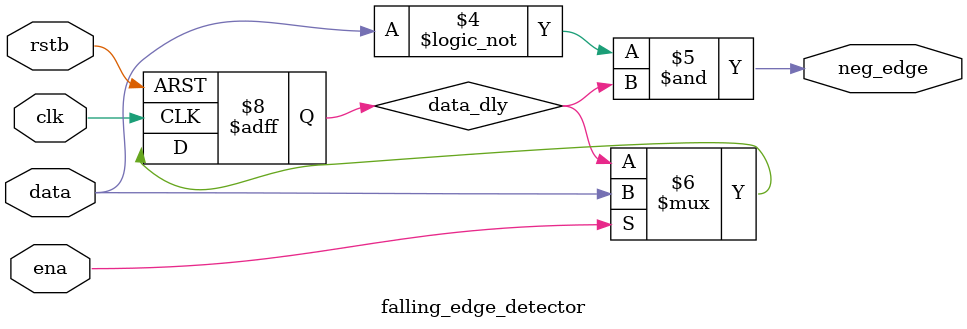
<source format=v>
module falling_edge_detector (rstb, clk, ena, data, neg_edge);

  input rstb;
  input clk;
  input ena;
  input data;
  
  output neg_edge;

  reg data_dly;

  always @(negedge(rstb) or posedge(clk)) begin
    if (!rstb) begin
      data_dly <= '0;
    end else begin 
      if (ena == 1'b1) begin
        data_dly <= data;
      end
    end
  end

  assign neg_edge = (!data) & data_dly;

endmodule

</source>
